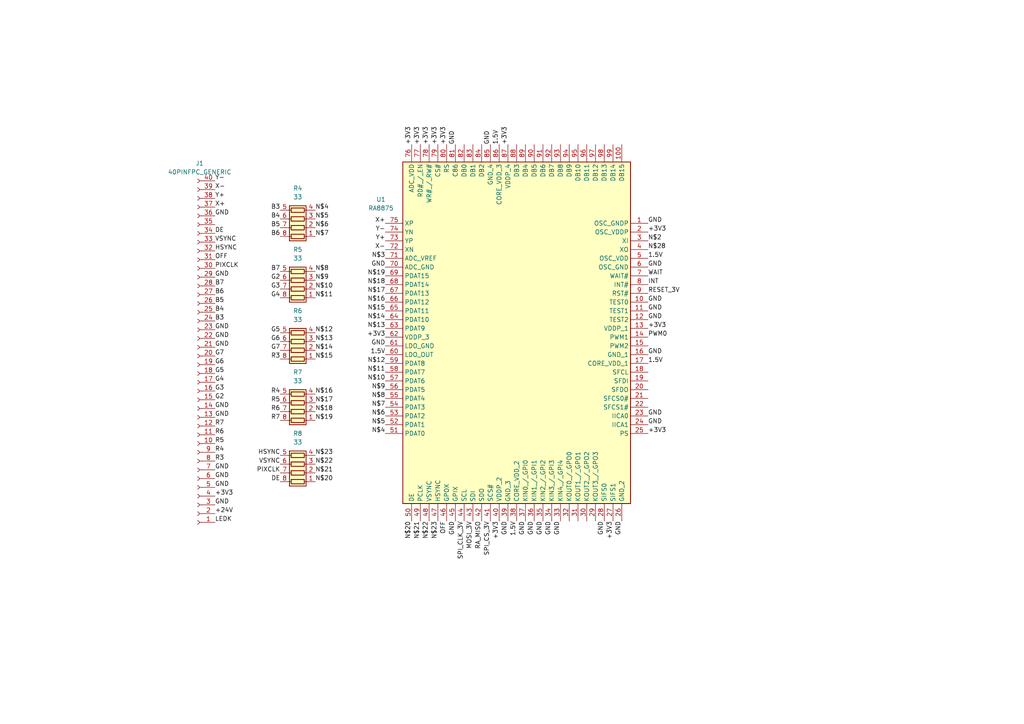
<source format=kicad_sch>
(kicad_sch (version 20230121) (generator eeschema)
  (paper "A4")
  (lib_symbols
    (symbol "Connector:Conn_01x40_Socket" (pin_names (offset 1.016) hide)
      (property "Reference" "J" (at 0 50.8 0))
      (property "Value" "Conn_01x40_Socket" (at 0 -53.34 0))
      (symbol "Conn_01x40_Socket_1_1"
        (arc (start 0 -50.292) (mid -0.5058 -50.8) (end 0 -51.308) (stroke (width 0.1524)))
        (arc (start 0 -47.752) (mid -0.5058 -48.26) (end 0 -48.768) (stroke (width 0.1524)))
        (arc (start 0 -45.212) (mid -0.5058 -45.72) (end 0 -46.228) (stroke (width 0.1524)))
        (arc (start 0 -42.672) (mid -0.5058 -43.18) (end 0 -43.688) (stroke (width 0.1524)))
        (arc (start 0 -40.132) (mid -0.5058 -40.64) (end 0 -41.148) (stroke (width 0.1524)))
        (arc (start 0 -37.592) (mid -0.5058 -38.1) (end 0 -38.608) (stroke (width 0.1524)))
        (arc (start 0 -35.052) (mid -0.5058 -35.56) (end 0 -36.068) (stroke (width 0.1524)))
        (arc (start 0 -32.512) (mid -0.5058 -33.02) (end 0 -33.528) (stroke (width 0.1524)))
        (arc (start 0 -29.972) (mid -0.5058 -30.48) (end 0 -30.988) (stroke (width 0.1524)))
        (arc (start 0 -27.432) (mid -0.5058 -27.94) (end 0 -28.448) (stroke (width 0.1524)))
        (arc (start 0 -24.892) (mid -0.5058 -25.4) (end 0 -25.908) (stroke (width 0.1524)))
        (arc (start 0 -22.352) (mid -0.5058 -22.86) (end 0 -23.368) (stroke (width 0.1524)))
        (arc (start 0 -19.812) (mid -0.5058 -20.32) (end 0 -20.828) (stroke (width 0.1524)))
        (arc (start 0 -17.272) (mid -0.5058 -17.78) (end 0 -18.288) (stroke (width 0.1524)))
        (arc (start 0 -14.732) (mid -0.5058 -15.24) (end 0 -15.748) (stroke (width 0.1524)))
        (arc (start 0 -12.192) (mid -0.5058 -12.7) (end 0 -13.208) (stroke (width 0.1524)))
        (arc (start 0 -9.652) (mid -0.5058 -10.16) (end 0 -10.668) (stroke (width 0.1524)))
        (arc (start 0 -7.112) (mid -0.5058 -7.62) (end 0 -8.128) (stroke (width 0.1524)))
        (arc (start 0 -4.572) (mid -0.5058 -5.08) (end 0 -5.588) (stroke (width 0.1524)))
        (arc (start 0 -2.032) (mid -0.5058 -2.54) (end 0 -3.048) (stroke (width 0.1524)))
        (polyline (pts (xy -1.27 -50.8) (xy -0.508 -50.8)) (stroke (width 0.1524)))
        (polyline (pts (xy -1.27 -48.26) (xy -0.508 -48.26)) (stroke (width 0.1524)))
        (polyline (pts (xy -1.27 -45.72) (xy -0.508 -45.72)) (stroke (width 0.1524)))
        (polyline (pts (xy -1.27 -43.18) (xy -0.508 -43.18)) (stroke (width 0.1524)))
        (polyline (pts (xy -1.27 -40.64) (xy -0.508 -40.64)) (stroke (width 0.1524)))
        (polyline (pts (xy -1.27 -38.1) (xy -0.508 -38.1)) (stroke (width 0.1524)))
        (polyline (pts (xy -1.27 -35.56) (xy -0.508 -35.56)) (stroke (width 0.1524)))
        (polyline (pts (xy -1.27 -33.02) (xy -0.508 -33.02)) (stroke (width 0.1524)))
        (polyline (pts (xy -1.27 -30.48) (xy -0.508 -30.48)) (stroke (width 0.1524)))
        (polyline (pts (xy -1.27 -27.94) (xy -0.508 -27.94)) (stroke (width 0.1524)))
        (polyline (pts (xy -1.27 -25.4) (xy -0.508 -25.4)) (stroke (width 0.1524)))
        (polyline (pts (xy -1.27 -22.86) (xy -0.508 -22.86)) (stroke (width 0.1524)))
        (polyline (pts (xy -1.27 -20.32) (xy -0.508 -20.32)) (stroke (width 0.1524)))
        (polyline (pts (xy -1.27 -17.78) (xy -0.508 -17.78)) (stroke (width 0.1524)))
        (polyline (pts (xy -1.27 -15.24) (xy -0.508 -15.24)) (stroke (width 0.1524)))
        (polyline (pts (xy -1.27 -12.7) (xy -0.508 -12.7)) (stroke (width 0.1524)))
        (polyline (pts (xy -1.27 -10.16) (xy -0.508 -10.16)) (stroke (width 0.1524)))
        (polyline (pts (xy -1.27 -7.62) (xy -0.508 -7.62)) (stroke (width 0.1524)))
        (polyline (pts (xy -1.27 -5.08) (xy -0.508 -5.08)) (stroke (width 0.1524)))
        (polyline (pts (xy -1.27 -2.54) (xy -0.508 -2.54)) (stroke (width 0.1524)))
        (polyline (pts (xy -1.27 0) (xy -0.508 0)) (stroke (width 0.1524)))
        (polyline (pts (xy -1.27 2.54) (xy -0.508 2.54)) (stroke (width 0.1524)))
        (polyline (pts (xy -1.27 5.08) (xy -0.508 5.08)) (stroke (width 0.1524)))
        (polyline (pts (xy -1.27 7.62) (xy -0.508 7.62)) (stroke (width 0.1524)))
        (polyline (pts (xy -1.27 10.16) (xy -0.508 10.16)) (stroke (width 0.1524)))
        (polyline (pts (xy -1.27 12.7) (xy -0.508 12.7)) (stroke (width 0.1524)))
        (polyline (pts (xy -1.27 15.24) (xy -0.508 15.24)) (stroke (width 0.1524)))
        (polyline (pts (xy -1.27 17.78) (xy -0.508 17.78)) (stroke (width 0.1524)))
        (polyline (pts (xy -1.27 20.32) (xy -0.508 20.32)) (stroke (width 0.1524)))
        (polyline (pts (xy -1.27 22.86) (xy -0.508 22.86)) (stroke (width 0.1524)))
        (polyline (pts (xy -1.27 25.4) (xy -0.508 25.4)) (stroke (width 0.1524)))
        (polyline (pts (xy -1.27 27.94) (xy -0.508 27.94)) (stroke (width 0.1524)))
        (polyline (pts (xy -1.27 30.48) (xy -0.508 30.48)) (stroke (width 0.1524)))
        (polyline (pts (xy -1.27 33.02) (xy -0.508 33.02)) (stroke (width 0.1524)))
        (polyline (pts (xy -1.27 35.56) (xy -0.508 35.56)) (stroke (width 0.1524)))
        (polyline (pts (xy -1.27 38.1) (xy -0.508 38.1)) (stroke (width 0.1524)))
        (polyline (pts (xy -1.27 40.64) (xy -0.508 40.64)) (stroke (width 0.1524)))
        (polyline (pts (xy -1.27 43.18) (xy -0.508 43.18)) (stroke (width 0.1524)))
        (polyline (pts (xy -1.27 45.72) (xy -0.508 45.72)) (stroke (width 0.1524)))
        (polyline (pts (xy -1.27 48.26) (xy -0.508 48.26)) (stroke (width 0.1524)))
        (arc (start 0 0.508) (mid -0.5058 0) (end 0 -0.508) (stroke (width 0.1524)))
        (arc (start 0 3.048) (mid -0.5058 2.54) (end 0 2.032) (stroke (width 0.1524)))
        (arc (start 0 5.588) (mid -0.5058 5.08) (end 0 4.572) (stroke (width 0.1524)))
        (arc (start 0 8.128) (mid -0.5058 7.62) (end 0 7.112) (stroke (width 0.1524)))
        (arc (start 0 10.668) (mid -0.5058 10.16) (end 0 9.652) (stroke (width 0.1524)))
        (arc (start 0 13.208) (mid -0.5058 12.7) (end 0 12.192) (stroke (width 0.1524)))
        (arc (start 0 15.748) (mid -0.5058 15.24) (end 0 14.732) (stroke (width 0.1524)))
        (arc (start 0 18.288) (mid -0.5058 17.78) (end 0 17.272) (stroke (width 0.1524)))
        (arc (start 0 20.828) (mid -0.5058 20.32) (end 0 19.812) (stroke (width 0.1524)))
        (arc (start 0 23.368) (mid -0.5058 22.86) (end 0 22.352) (stroke (width 0.1524)))
        (arc (start 0 25.908) (mid -0.5058 25.4) (end 0 24.892) (stroke (width 0.1524)))
        (arc (start 0 28.448) (mid -0.5058 27.94) (end 0 27.432) (stroke (width 0.1524)))
        (arc (start 0 30.988) (mid -0.5058 30.48) (end 0 29.972) (stroke (width 0.1524)))
        (arc (start 0 33.528) (mid -0.5058 33.02) (end 0 32.512) (stroke (width 0.1524)))
        (arc (start 0 36.068) (mid -0.5058 35.56) (end 0 35.052) (stroke (width 0.1524)))
        (arc (start 0 38.608) (mid -0.5058 38.1) (end 0 37.592) (stroke (width 0.1524)))
        (arc (start 0 41.148) (mid -0.5058 40.64) (end 0 40.132) (stroke (width 0.1524)))
        (arc (start 0 43.688) (mid -0.5058 43.18) (end 0 42.672) (stroke (width 0.1524)))
        (arc (start 0 46.228) (mid -0.5058 45.72) (end 0 45.212) (stroke (width 0.1524)))
        (arc (start 0 48.768) (mid -0.5058 48.26) (end 0 47.752) (stroke (width 0.1524)))
        (pin passive line (at -5.08 48.26 0) (length 3.81) (name "Pin_1") (number "1"))
        (pin passive line (at -5.08 25.4 0) (length 3.81) (name "Pin_10") (number "10"))
        (pin passive line (at -5.08 22.86 0) (length 3.81) (name "Pin_11") (number "11"))
        (pin passive line (at -5.08 20.32 0) (length 3.81) (name "Pin_12") (number "12"))
        (pin passive line (at -5.08 17.78 0) (length 3.81) (name "Pin_13") (number "13"))
        (pin passive line (at -5.08 15.24 0) (length 3.81) (name "Pin_14") (number "14"))
        (pin passive line (at -5.08 12.7 0) (length 3.81) (name "Pin_15") (number "15"))
        (pin passive line (at -5.08 10.16 0) (length 3.81) (name "Pin_16") (number "16"))
        (pin passive line (at -5.08 7.62 0) (length 3.81) (name "Pin_17") (number "17"))
        (pin passive line (at -5.08 5.08 0) (length 3.81) (name "Pin_18") (number "18"))
        (pin passive line (at -5.08 2.54 0) (length 3.81) (name "Pin_19") (number "19"))
        (pin passive line (at -5.08 45.72 0) (length 3.81) (name "Pin_2") (number "2"))
        (pin passive line (at -5.08 0 0) (length 3.81) (name "Pin_20") (number "20"))
        (pin passive line (at -5.08 -2.54 0) (length 3.81) (name "Pin_21") (number "21"))
        (pin passive line (at -5.08 -5.08 0) (length 3.81) (name "Pin_22") (number "22"))
        (pin passive line (at -5.08 -7.62 0) (length 3.81) (name "Pin_23") (number "23"))
        (pin passive line (at -5.08 -10.16 0) (length 3.81) (name "Pin_24") (number "24"))
        (pin passive line (at -5.08 -12.7 0) (length 3.81) (name "Pin_25") (number "25"))
        (pin passive line (at -5.08 -15.24 0) (length 3.81) (name "Pin_26") (number "26"))
        (pin passive line (at -5.08 -17.78 0) (length 3.81) (name "Pin_27") (number "27"))
        (pin passive line (at -5.08 -20.32 0) (length 3.81) (name "Pin_28") (number "28"))
        (pin passive line (at -5.08 -22.86 0) (length 3.81) (name "Pin_29") (number "29"))
        (pin passive line (at -5.08 43.18 0) (length 3.81) (name "Pin_3") (number "3"))
        (pin passive line (at -5.08 -25.4 0) (length 3.81) (name "Pin_30") (number "30"))
        (pin passive line (at -5.08 -27.94 0) (length 3.81) (name "Pin_31") (number "31"))
        (pin passive line (at -5.08 -30.48 0) (length 3.81) (name "Pin_32") (number "32"))
        (pin passive line (at -5.08 -33.02 0) (length 3.81) (name "Pin_33") (number "33"))
        (pin passive line (at -5.08 -35.56 0) (length 3.81) (name "Pin_34") (number "34"))
        (pin passive line (at -5.08 -38.1 0) (length 3.81) (name "Pin_35") (number "35"))
        (pin passive line (at -5.08 -40.64 0) (length 3.81) (name "Pin_36") (number "36"))
        (pin passive line (at -5.08 -43.18 0) (length 3.81) (name "Pin_37") (number "37"))
        (pin passive line (at -5.08 -45.72 0) (length 3.81) (name "Pin_38") (number "38"))
        (pin passive line (at -5.08 -48.26 0) (length 3.81) (name "Pin_39") (number "39"))
        (pin passive line (at -5.08 40.64 0) (length 3.81) (name "Pin_4") (number "4"))
        (pin passive line (at -5.08 -50.8 0) (length 3.81) (name "Pin_40") (number "40"))
        (pin passive line (at -5.08 38.1 0) (length 3.81) (name "Pin_5") (number "5"))
        (pin passive line (at -5.08 35.56 0) (length 3.81) (name "Pin_6") (number "6"))
        (pin passive line (at -5.08 33.02 0) (length 3.81) (name "Pin_7") (number "7"))
        (pin passive line (at -5.08 30.48 0) (length 3.81) (name "Pin_8") (number "8"))
        (pin passive line (at -5.08 27.94 0) (length 3.81) (name "Pin_9") (number "9"))
      )
    )
    (symbol "Device:R_Pack04" (pin_names (offset 0) hide)
      (property "Reference" "RN" (at -7.62 0 90))
      (property "Value" "R_Pack04" (at 5.08 0 90))
      (symbol "R_Pack04_0_1"
        (rectangle (start -6.35 -2.413) (end 3.81 2.413) (stroke (width 0.254)) (fill (type background)))
        (rectangle (start -5.715 1.905) (end -4.445 -1.905) (stroke (width 0.254)))
        (rectangle (start -3.175 1.905) (end -1.905 -1.905) (stroke (width 0.254)))
        (rectangle (start -0.635 1.905) (end 0.635 -1.905) (stroke (width 0.254)))
        (polyline (pts (xy -5.08 -2.54) (xy -5.08 -1.905)))
        (polyline (pts (xy -5.08 1.905) (xy -5.08 2.54)))
        (polyline (pts (xy -2.54 -2.54) (xy -2.54 -1.905)))
        (polyline (pts (xy -2.54 1.905) (xy -2.54 2.54)))
        (polyline (pts (xy 0 -2.54) (xy 0 -1.905)))
        (polyline (pts (xy 0 1.905) (xy 0 2.54)))
        (polyline (pts (xy 2.54 -2.54) (xy 2.54 -1.905)))
        (polyline (pts (xy 2.54 1.905) (xy 2.54 2.54)))
        (rectangle (start 1.905 1.905) (end 3.175 -1.905) (stroke (width 0.254)))
      )
      (symbol "R_Pack04_1_1"
        (pin passive line (at -5.08 -5.08 90) (length 2.54) (name "R1.1") (number "1"))
        (pin passive line (at -2.54 -5.08 90) (length 2.54) (name "R2.1") (number "2"))
        (pin passive line (at 0 -5.08 90) (length 2.54) (name "R3.1") (number "3"))
        (pin passive line (at 2.54 -5.08 90) (length 2.54) (name "R4.1") (number "4"))
        (pin passive line (at 2.54 5.08 270) (length 2.54) (name "R4.2") (number "5"))
        (pin passive line (at 0 5.08 270) (length 2.54) (name "R3.2") (number "6"))
        (pin passive line (at -2.54 5.08 270) (length 2.54) (name "R2.2") (number "7"))
        (pin passive line (at -5.08 5.08 270) (length 2.54) (name "R1.2") (number "8"))
      )
    )
    (symbol "Project Symbol:RA8875L3N"
      (property "Reference" "IC" (at 72.39 22.86 0))
      (property "Value" "RA8875L3N" (at 72.39 20.32 0))
      (symbol "RA8875L3N_1_1"
        (rectangle (start 5.08 17.78) (end 71.12 -81.28) (stroke (width 0.254)) (fill (type background)))
        (pin passive line (at 0 0 0) (length 5.08) (name "OSC_GNDP") (number "1"))
        (pin passive line (at 0 -22.86 0) (length 5.08) (name "TEST0") (number "10"))
        (pin passive line (at 7.62 22.86 270) (length 5.08) (name "DB15") (number "100"))
        (pin passive line (at 0 -25.4 0) (length 5.08) (name "TEST1") (number "11"))
        (pin passive line (at 0 -27.94 0) (length 5.08) (name "TEST2") (number "12"))
        (pin passive line (at 0 -30.48 0) (length 5.08) (name "VDDP_1") (number "13"))
        (pin passive line (at 0 -33.02 0) (length 5.08) (name "PWM1") (number "14"))
        (pin passive line (at 0 -35.56 0) (length 5.08) (name "PWM2") (number "15"))
        (pin passive line (at 0 -38.1 0) (length 5.08) (name "GND_1") (number "16"))
        (pin passive line (at 0 -40.64 0) (length 5.08) (name "CORE_VDD_1") (number "17"))
        (pin passive line (at 0 -43.18 0) (length 5.08) (name "SFCL") (number "18"))
        (pin passive line (at 0 -45.72 0) (length 5.08) (name "SFDI") (number "19"))
        (pin passive line (at 0 -2.54 0) (length 5.08) (name "OSC_VDDP") (number "2"))
        (pin passive line (at 0 -48.26 0) (length 5.08) (name "SFDO") (number "20"))
        (pin passive line (at 0 -50.8 0) (length 5.08) (name "SFCS0#") (number "21"))
        (pin passive line (at 0 -53.34 0) (length 5.08) (name "SFCS1#") (number "22"))
        (pin passive line (at 0 -55.88 0) (length 5.08) (name "IICA0") (number "23"))
        (pin passive line (at 0 -58.42 0) (length 5.08) (name "IICA1") (number "24"))
        (pin passive line (at 0 -60.96 0) (length 5.08) (name "PS") (number "25"))
        (pin passive line (at 7.62 -86.36 90) (length 5.08) (name "GND_2") (number "26"))
        (pin passive line (at 10.16 -86.36 90) (length 5.08) (name "SIFS1") (number "27"))
        (pin passive line (at 12.7 -86.36 90) (length 5.08) (name "SIFS0") (number "28"))
        (pin passive line (at 15.24 -86.36 90) (length 5.08) (name "KOUT3_/_GPO3") (number "29"))
        (pin passive line (at 0 -5.08 0) (length 5.08) (name "XI") (number "3"))
        (pin passive line (at 17.78 -86.36 90) (length 5.08) (name "KOUT2_/_GPO2") (number "30"))
        (pin passive line (at 20.32 -86.36 90) (length 5.08) (name "KOUT1_/_GPO1") (number "31"))
        (pin passive line (at 22.86 -86.36 90) (length 5.08) (name "KOUT0_/_GPO0") (number "32"))
        (pin passive line (at 25.4 -86.36 90) (length 5.08) (name "KIN4_/_GPI4") (number "33"))
        (pin passive line (at 27.94 -86.36 90) (length 5.08) (name "KIN3_/_GPI3") (number "34"))
        (pin passive line (at 30.48 -86.36 90) (length 5.08) (name "KIN2_/_GPI2") (number "35"))
        (pin passive line (at 33.02 -86.36 90) (length 5.08) (name "KIN1_/_GPI1") (number "36"))
        (pin passive line (at 35.56 -86.36 90) (length 5.08) (name "KIN0_/_GPI0") (number "37"))
        (pin passive line (at 38.1 -86.36 90) (length 5.08) (name "CORE_VDD_2") (number "38"))
        (pin passive line (at 40.64 -86.36 90) (length 5.08) (name "GND_3") (number "39"))
        (pin passive line (at 0 -7.62 0) (length 5.08) (name "XO") (number "4"))
        (pin passive line (at 43.18 -86.36 90) (length 5.08) (name "VDDP_2") (number "40"))
        (pin passive line (at 45.72 -86.36 90) (length 5.08) (name "SCS#") (number "41"))
        (pin passive line (at 48.26 -86.36 90) (length 5.08) (name "SDO") (number "42"))
        (pin passive line (at 50.8 -86.36 90) (length 5.08) (name "SDI") (number "43"))
        (pin passive line (at 53.34 -86.36 90) (length 5.08) (name "SCL") (number "44"))
        (pin passive line (at 55.88 -86.36 90) (length 5.08) (name "GPIX") (number "45"))
        (pin passive line (at 58.42 -86.36 90) (length 5.08) (name "GPOX") (number "46"))
        (pin passive line (at 60.96 -86.36 90) (length 5.08) (name "HSYNC") (number "47"))
        (pin passive line (at 63.5 -86.36 90) (length 5.08) (name "VSYNC") (number "48"))
        (pin passive line (at 66.04 -86.36 90) (length 5.08) (name "PCLK") (number "49"))
        (pin passive line (at 0 -10.16 0) (length 5.08) (name "OSC_VDD") (number "5"))
        (pin passive line (at 68.58 -86.36 90) (length 5.08) (name "DE") (number "50"))
        (pin passive line (at 76.2 -60.96 180) (length 5.08) (name "PDAT0") (number "51"))
        (pin passive line (at 76.2 -58.42 180) (length 5.08) (name "PDAT1") (number "52"))
        (pin passive line (at 76.2 -55.88 180) (length 5.08) (name "PDAT2") (number "53"))
        (pin passive line (at 76.2 -53.34 180) (length 5.08) (name "PDAT3") (number "54"))
        (pin passive line (at 76.2 -50.8 180) (length 5.08) (name "PDAT4") (number "55"))
        (pin passive line (at 76.2 -48.26 180) (length 5.08) (name "PDAT5") (number "56"))
        (pin passive line (at 76.2 -45.72 180) (length 5.08) (name "PDAT6") (number "57"))
        (pin passive line (at 76.2 -43.18 180) (length 5.08) (name "PDAT7") (number "58"))
        (pin passive line (at 76.2 -40.64 180) (length 5.08) (name "PDAT8") (number "59"))
        (pin passive line (at 0 -12.7 0) (length 5.08) (name "OSC_GND") (number "6"))
        (pin passive line (at 76.2 -38.1 180) (length 5.08) (name "LDO_OUT") (number "60"))
        (pin passive line (at 76.2 -35.56 180) (length 5.08) (name "LDO_GND") (number "61"))
        (pin passive line (at 76.2 -33.02 180) (length 5.08) (name "VDDP_3") (number "62"))
        (pin passive line (at 76.2 -30.48 180) (length 5.08) (name "PDAT9") (number "63"))
        (pin passive line (at 76.2 -27.94 180) (length 5.08) (name "PDAT10") (number "64"))
        (pin passive line (at 76.2 -25.4 180) (length 5.08) (name "PDAT11") (number "65"))
        (pin passive line (at 76.2 -22.86 180) (length 5.08) (name "PDAT12") (number "66"))
        (pin passive line (at 76.2 -20.32 180) (length 5.08) (name "PDAT13") (number "67"))
        (pin passive line (at 76.2 -17.78 180) (length 5.08) (name "PDAT14") (number "68"))
        (pin passive line (at 76.2 -15.24 180) (length 5.08) (name "PDAT15") (number "69"))
        (pin passive line (at 0 -15.24 0) (length 5.08) (name "WAIT#") (number "7"))
        (pin passive line (at 76.2 -12.7 180) (length 5.08) (name "ADC_GND") (number "70"))
        (pin passive line (at 76.2 -10.16 180) (length 5.08) (name "ADC_VREF") (number "71"))
        (pin passive line (at 76.2 -7.62 180) (length 5.08) (name "XN") (number "72"))
        (pin passive line (at 76.2 -5.08 180) (length 5.08) (name "YP") (number "73"))
        (pin passive line (at 76.2 -2.54 180) (length 5.08) (name "YN") (number "74"))
        (pin passive line (at 76.2 0 180) (length 5.08) (name "XP") (number "75"))
        (pin passive line (at 68.58 22.86 270) (length 5.08) (name "ADC_VDD") (number "76"))
        (pin passive line (at 66.04 22.86 270) (length 5.08) (name "RD#_/_EN") (number "77"))
        (pin passive line (at 63.5 22.86 270) (length 5.08) (name "WR#_/_RW#") (number "78"))
        (pin passive line (at 60.96 22.86 270) (length 5.08) (name "CS#") (number "79"))
        (pin passive line (at 0 -17.78 0) (length 5.08) (name "INT#") (number "8"))
        (pin passive line (at 58.42 22.86 270) (length 5.08) (name "RS") (number "80"))
        (pin passive line (at 55.88 22.86 270) (length 5.08) (name "C86") (number "81"))
        (pin passive line (at 53.34 22.86 270) (length 5.08) (name "DB0") (number "82"))
        (pin passive line (at 50.8 22.86 270) (length 5.08) (name "DB1") (number "83"))
        (pin passive line (at 48.26 22.86 270) (length 5.08) (name "DB2") (number "84"))
        (pin passive line (at 45.72 22.86 270) (length 5.08) (name "GND_4") (number "85"))
        (pin passive line (at 43.18 22.86 270) (length 5.08) (name "CORE_VDD_3") (number "86"))
        (pin passive line (at 40.64 22.86 270) (length 5.08) (name "VDDP_4") (number "87"))
        (pin passive line (at 38.1 22.86 270) (length 5.08) (name "DB3") (number "88"))
        (pin passive line (at 35.56 22.86 270) (length 5.08) (name "DB4") (number "89"))
        (pin passive line (at 0 -20.32 0) (length 5.08) (name "RST#") (number "9"))
        (pin passive line (at 33.02 22.86 270) (length 5.08) (name "DB5") (number "90"))
        (pin passive line (at 30.48 22.86 270) (length 5.08) (name "DB6") (number "91"))
        (pin passive line (at 27.94 22.86 270) (length 5.08) (name "DB7") (number "92"))
        (pin passive line (at 25.4 22.86 270) (length 5.08) (name "DB8") (number "93"))
        (pin passive line (at 22.86 22.86 270) (length 5.08) (name "DB9") (number "94"))
        (pin passive line (at 20.32 22.86 270) (length 5.08) (name "DB10") (number "95"))
        (pin passive line (at 17.78 22.86 270) (length 5.08) (name "DB11") (number "96"))
        (pin passive line (at 15.24 22.86 270) (length 5.08) (name "DB12") (number "97"))
        (pin passive line (at 12.7 22.86 270) (length 5.08) (name "DB13") (number "98"))
        (pin passive line (at 10.16 22.86 270) (length 5.08) (name "DB14") (number "99"))
      )
    )
  )
  (label "GND" (at 187.96 102.87 0))
  (label "+3V3" (at 187.96 125.73 0))
  (label "N$21" (at 91.44 137.16 0))
  (label "B6" (at 62.357 85.471 0))
  (label "GND" (at 62.357 95.631 0))
  (label "GND" (at 62.357 121.031 0))
  (label "N$18" (at 111.76 82.55 180))
  (label "N$12" (at 111.76 105.41 180))
  (label "G3" (at 62.357 113.411 0))
  (label "+3V3" (at 124.46 41.91 90))
  (label "G2" (at 62.357 115.951 0))
  (label "N$15" (at 91.44 104.14 0))
  (label "N$15" (at 111.76 90.17 180))
  (label "GND" (at 152.4 151.13 270))
  (label "SPI_CLK_3V" (at 134.62 151.13 270))
  (label "GND" (at 187.96 123.19 0))
  (label "RESET_3V" (at 187.96 85.09 0))
  (label "B4" (at 81.28 63.5 180))
  (label "GND" (at 111.76 100.33 180))
  (label "GND" (at 147.32 151.13 270))
  (label "Y-" (at 62.357 52.451 0))
  (label "N$4" (at 111.76 125.73 180))
  (label "GND" (at 142.24 41.91 90))
  (label "Y-" (at 111.76 67.31 180))
  (label "INT" (at 187.96 82.55 0))
  (label "SPI_CS_3V" (at 142.24 151.13 270))
  (label "N$11" (at 111.76 107.95 180))
  (label "GND" (at 187.96 120.65 0))
  (label "GND" (at 62.357 138.811 0))
  (label "N$16" (at 91.44 114.3 0))
  (label "Y+" (at 111.76 69.85 180))
  (label "X-" (at 62.357 54.991 0))
  (label "WAIT" (at 187.96 80.01 0))
  (label "LEDK" (at 62.357 151.511 0))
  (label "+3V3" (at 187.96 95.25 0))
  (label "B5" (at 81.28 66.04 180))
  (label "N$7" (at 91.44 68.58 0))
  (label "+3V3" (at 177.8 151.13 270))
  (label "+24V" (at 62.357 148.971 0))
  (label "+3V3" (at 147.32 41.91 90))
  (label "HSYNC" (at 62.357 72.771 0))
  (label "PWM0" (at 187.96 97.79 0))
  (label "GND" (at 62.357 62.611 0))
  (label "R4" (at 62.357 131.191 0))
  (label "GND" (at 62.357 118.491 0))
  (label "R5" (at 62.357 128.651 0))
  (label "N$9" (at 111.76 113.03 180))
  (label "+3V3" (at 62.357 143.891 0))
  (label "N$12" (at 91.44 96.52 0))
  (label "VSYNC" (at 62.357 70.231 0))
  (label "G5" (at 62.357 108.331 0))
  (label "DE" (at 81.28 139.7 180))
  (label "G6" (at 62.357 105.791 0))
  (label "N$4" (at 91.44 60.96 0))
  (label "N$8" (at 111.76 115.57 180))
  (label "N$23" (at 91.44 132.08 0))
  (label "G5" (at 81.28 96.52 180))
  (label "1.5V" (at 111.76 102.87 180))
  (label "N$28" (at 187.96 72.39 0))
  (label "R6" (at 81.28 119.38 180))
  (label "G7" (at 62.357 103.251 0))
  (label "GND" (at 132.08 151.13 270))
  (label "N$17" (at 111.76 85.09 180))
  (label "+3V3" (at 121.92 41.91 90))
  (label "GND" (at 62.357 80.391 0))
  (label "GND" (at 157.48 151.13 270))
  (label "OFF" (at 62.357 75.311 0))
  (label "GND" (at 187.96 90.17 0))
  (label "OFF" (at 129.54 151.13 270))
  (label "N$17" (at 91.44 116.84 0))
  (label "G7" (at 81.28 101.6 180))
  (label "+3V3" (at 127 41.91 90))
  (label "+3V3" (at 129.54 41.91 90))
  (label "X+" (at 62.357 60.071 0))
  (label "N$16" (at 111.76 87.63 180))
  (label "B7" (at 81.28 78.74 180))
  (label "DE" (at 62.357 67.691 0))
  (label "G2" (at 81.28 81.28 180))
  (label "G6" (at 81.28 99.06 180))
  (label "X+" (at 111.76 64.77 180))
  (label "+3V3" (at 119.38 41.91 90))
  (label "N$2" (at 187.96 69.85 0))
  (label "R7" (at 81.28 121.92 180))
  (label "N$22" (at 91.44 134.62 0))
  (label "1.5V" (at 187.96 105.41 0))
  (label "G3" (at 81.28 83.82 180))
  (label "N$21" (at 121.92 151.13 270))
  (label "N$22" (at 124.46 151.13 270))
  (label "GND" (at 187.96 92.71 0))
  (label "GND" (at 162.56 151.13 270))
  (label "N$10" (at 91.44 83.82 0))
  (label "GND" (at 180.34 151.13 270))
  (label "N$8" (at 91.44 78.74 0))
  (label "B5" (at 62.357 88.011 0))
  (label "GND" (at 62.357 146.431 0))
  (label "+3V3" (at 144.78 151.13 270))
  (label "GND" (at 111.76 77.47 180))
  (label "N$7" (at 111.76 118.11 180))
  (label "N$13" (at 111.76 95.25 180))
  (label "N$20" (at 119.38 151.13 270))
  (label "B7" (at 62.357 82.931 0))
  (label "GND" (at 175.26 151.13 270))
  (label "GND" (at 160.02 151.13 270))
  (label "R7" (at 62.357 123.571 0))
  (label "GND" (at 187.96 87.63 0))
  (label "MOSI_3V" (at 137.16 151.13 270))
  (label "N$19" (at 91.44 121.92 0))
  (label "R6" (at 62.357 126.111 0))
  (label "N$23" (at 127 151.13 270))
  (label "N$14" (at 91.44 101.6 0))
  (label "1.5V" (at 144.78 41.91 90))
  (label "PIXCLK" (at 81.28 137.16 180))
  (label "GND" (at 154.94 151.13 270))
  (label "+3V3" (at 111.76 97.79 180))
  (label "B3" (at 81.28 60.96 180))
  (label "R5" (at 81.28 116.84 180))
  (label "N$9" (at 91.44 81.28 0))
  (label "N$5" (at 91.44 63.5 0))
  (label "GND" (at 187.96 64.77 0))
  (label "VSYNC" (at 81.28 134.62 180))
  (label "GND" (at 62.357 98.171 0))
  (label "N$10" (at 111.76 110.49 180))
  (label "GND" (at 62.357 136.271 0))
  (label "N$6" (at 111.76 120.65 180))
  (label "RA_MISO" (at 139.7 151.13 270))
  (label "R4" (at 81.28 114.3 180))
  (label "B3" (at 62.357 93.091 0))
  (label "PIXCLK" (at 62.357 77.851 0))
  (label "G4" (at 62.357 110.871 0))
  (label "N$5" (at 111.76 123.19 180))
  (label "+3V3" (at 187.96 67.31 0))
  (label "GND" (at 62.357 100.711 0))
  (label "1.5V" (at 187.96 74.93 0))
  (label "N$3" (at 111.76 74.93 180))
  (label "G4" (at 81.28 86.36 180))
  (label "N$14" (at 111.76 92.71 180))
  (label "N$6" (at 91.44 66.04 0))
  (label "GND" (at 62.357 141.351 0))
  (label "R3" (at 62.357 133.731 0))
  (label "1.5V" (at 149.86 151.13 270))
  (label "X-" (at 111.76 72.39 180))
  (label "GND" (at 187.96 77.47 0))
  (label "N$19" (at 111.76 80.01 180))
  (label "N$13" (at 91.44 99.06 0))
  (label "B4" (at 62.357 90.551 0))
  (label "B6" (at 81.28 68.58 180))
  (label "N$18" (at 91.44 119.38 0))
  (label "N$11" (at 91.44 86.36 0))
  (label "Y+" (at 62.357 57.531 0))
  (label "HSYNC" (at 81.28 132.08 180))
  (label "R3" (at 81.28 104.14 180))
  (label "GND" (at 132.08 41.91 90))
  (label "N$20" (at 91.44 139.7 0))
  (symbol (lib_id "Device:R_Pack04") (at 86.36 116.84 90) (unit 1)
    (property "Reference" "R7" (at 86.36 107.95 90))
    (property "Value" "33" (at 86.36 110.49 90))
    (property "Footprint" "RESPACK_4X0603" (effects hide))
  )
  (symbol (lib_id "Device:R_Pack04") (at 86.36 99.06 90) (unit 1)
    (property "Reference" "R6" (at 86.36 90.17 90))
    (property "Value" "33" (at 86.36 92.71 90))
    (property "Footprint" "RESPACK_4X0603" (effects hide))
  )
  (symbol (lib_id "Device:R_Pack04") (at 86.36 81.28 90) (unit 1)
    (property "Reference" "R5" (at 86.36 72.39 90))
    (property "Value" "33" (at 86.36 74.93 90))
    (property "Footprint" "RESPACK_4X0603" (effects hide))
  )
  (symbol (lib_id "Device:R_Pack04") (at 86.36 63.5 90) (unit 1)
    (property "Reference" "R4" (at 86.36 54.61 90))
    (property "Value" "33" (at 86.36 57.15 90))
    (property "Footprint" "RESPACK_4X0603" (effects hide))
  )
  (symbol (lib_id "Project Symbol:RA8875L3N") (at 187.96 64.77 0) (mirror y) (unit 1)
    (property "Reference" "U1" (at 110.49 57.8419 0))
    (property "Value" "RA8875" (at 110.49 60.3819 0))
    (property "Footprint" "LQFP100" (effects hide))
    (property "Datasheet" "https://www.buydisplay.com/download/ic/RA8875.pdf" (effects hide))
    (property "Height" "1.6" (effects hide))
    (property "Manufacturer_Name" "RAiO" (effects hide))
    (property "Manufacturer_Part_Number" "RA8875L3N" (effects hide))
  )
  (symbol (lib_id "Device:R_Pack04") (at 86.36 134.62 90) (unit 1)
    (property "Reference" "R8" (at 86.36 125.73 90))
    (property "Value" "33" (at 86.36 128.27 90))
    (property "Footprint" "RESPACK_4X0603" (effects hide))
  )
  (symbol (lib_id "Connector:Conn_01x40_Socket") (at 57.277 103.251 180) (unit 1)
    (property "Reference" "J1" (at 57.912 47.371 0))
    (property "Value" "40PINFPC_GENERIC" (at 57.912 49.911 0))
    (property "Footprint" "FPC_40" (effects hide))
  )
)
</source>
